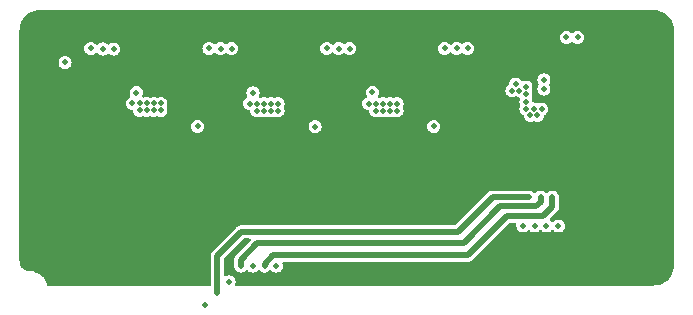
<source format=gbr>
G04 #@! TF.GenerationSoftware,KiCad,Pcbnew,(6.0.4)*
G04 #@! TF.CreationDate,2022-07-06T17:35:23+08:00*
G04 #@! TF.ProjectId,MP2145S_EVB,4d503231-3435-4535-9f45-56422e6b6963,rev?*
G04 #@! TF.SameCoordinates,PX5e56640PY77750e0*
G04 #@! TF.FileFunction,Copper,L2,Inr*
G04 #@! TF.FilePolarity,Positive*
%FSLAX46Y46*%
G04 Gerber Fmt 4.6, Leading zero omitted, Abs format (unit mm)*
G04 Created by KiCad (PCBNEW (6.0.4)) date 2022-07-06 17:35:23*
%MOMM*%
%LPD*%
G01*
G04 APERTURE LIST*
G04 #@! TA.AperFunction,ViaPad*
%ADD10C,0.500000*%
G04 #@! TD*
G04 #@! TA.AperFunction,Conductor*
%ADD11C,0.500000*%
G04 #@! TD*
G04 APERTURE END LIST*
D10*
G04 #@! TO.N,GND*
X11690000Y29590000D03*
X10690000Y29590000D03*
X65390000Y29490000D03*
X64390000Y29490000D03*
X57429999Y14305001D03*
X57970000Y15005000D03*
X56870000Y15005001D03*
X56880000Y14305001D03*
X57980000Y14305000D03*
X57419999Y15005001D03*
X57970000Y13605000D03*
X57419999Y13605001D03*
X56880000Y12905001D03*
X57980000Y12905000D03*
X56870000Y13605001D03*
X57429999Y12905001D03*
X58680000Y12905001D03*
X59219999Y13605001D03*
X59770000Y13605000D03*
X59780000Y12905000D03*
X58670000Y13605001D03*
X59229999Y12905001D03*
X59219999Y15005001D03*
X59780000Y14305000D03*
X59229999Y14305001D03*
X58670000Y15005001D03*
X59770000Y15005000D03*
X58680000Y14305001D03*
X57075000Y26693334D03*
X57750000Y26693334D03*
X56400000Y26703334D03*
X57065000Y25916668D03*
X56390001Y25926668D03*
X57740000Y25916668D03*
X56390000Y25150000D03*
X57065000Y25140000D03*
X57740000Y25140000D03*
X13160000Y33320000D03*
X14160000Y33320000D03*
X15160000Y33320000D03*
X16160000Y33320000D03*
X17160000Y33320000D03*
X18160000Y33320000D03*
X19160000Y33320000D03*
X20160000Y33320000D03*
X21160000Y33320000D03*
X22160000Y33320000D03*
X23160000Y33320000D03*
X24160000Y33320000D03*
X25160000Y33320000D03*
X26160000Y33320000D03*
X27160000Y33320000D03*
X28160000Y33320000D03*
X29160000Y33320000D03*
X30160000Y33320000D03*
X31160000Y33320000D03*
X32160000Y33320000D03*
X33160000Y33320000D03*
X34160000Y33320000D03*
X35160000Y33320000D03*
X36160000Y33320000D03*
X37160000Y33320000D03*
X38160000Y33320000D03*
X39160000Y33320000D03*
X40160000Y33320000D03*
X41160000Y33320000D03*
X42160000Y33320000D03*
X43160000Y33320000D03*
X44160000Y33320000D03*
X45160000Y33320000D03*
X46160000Y33320000D03*
X47160000Y33320000D03*
X48160000Y33320000D03*
X49160000Y33320000D03*
X50160000Y33320000D03*
X51160000Y33320000D03*
X52160000Y33320000D03*
X53160000Y33320000D03*
X54160000Y33320000D03*
X55160000Y33320000D03*
X56160000Y33320000D03*
X57160000Y33320000D03*
X58160000Y33320000D03*
X59160000Y33320000D03*
X60160000Y33320000D03*
X61160000Y33320000D03*
X12290000Y32130000D03*
X13160000Y32320000D03*
X14160000Y32320000D03*
X15160000Y32320000D03*
X16160000Y32320000D03*
X17160000Y32320000D03*
X18160000Y32320000D03*
X19160000Y32320000D03*
X20160000Y32320000D03*
X21160000Y32320000D03*
X22160000Y32320000D03*
X23160000Y32320000D03*
X24160000Y32320000D03*
X25160000Y32320000D03*
X26160000Y32320000D03*
X27160000Y32320000D03*
X28160000Y32320000D03*
X29160000Y32320000D03*
X30160000Y32320000D03*
X31160000Y32320000D03*
X32160000Y32320000D03*
X33160000Y32320000D03*
X34160000Y32320000D03*
X35160000Y32320000D03*
X36160000Y32320000D03*
X37160000Y32320000D03*
X38160000Y32320000D03*
X39160000Y32320000D03*
X40160000Y32320000D03*
X41160000Y32320000D03*
X42160000Y32320000D03*
X43160000Y32320000D03*
X44160000Y32320000D03*
X45160000Y32320000D03*
X46160000Y32320000D03*
X47160000Y32320000D03*
X48160000Y32320000D03*
X49160000Y32320000D03*
X50160000Y32320000D03*
X51160000Y32320000D03*
X52160000Y32320000D03*
X53160000Y32320000D03*
X54160000Y32320000D03*
X55160000Y32320000D03*
X56160000Y32320000D03*
X57160000Y32320000D03*
X58160000Y32320000D03*
X59160000Y32320000D03*
X60160000Y32320000D03*
X61160000Y32320000D03*
X62160000Y32320000D03*
X62160000Y33320000D03*
X63160000Y32320000D03*
X63160000Y33320000D03*
X63860000Y32050000D03*
X64160000Y33320000D03*
X11300000Y33020000D03*
X10670000Y31600000D03*
X11780000Y31470000D03*
X10690000Y30590000D03*
X11690000Y30590000D03*
X10690000Y28590000D03*
X11690000Y28590000D03*
X10690000Y27590000D03*
X11690000Y27590000D03*
X10690000Y26590000D03*
X11690000Y26590000D03*
X10690000Y25590000D03*
X11690000Y25590000D03*
X10690000Y24590000D03*
X11690000Y24590000D03*
X10690000Y23590000D03*
X11690000Y23590000D03*
X10690000Y22590000D03*
X11690000Y22590000D03*
X10690000Y21590000D03*
X11690000Y21590000D03*
X10690000Y20590000D03*
X11690000Y20590000D03*
X10690000Y19590000D03*
X11690000Y19590000D03*
X10690000Y18590000D03*
X11690000Y18590000D03*
X10690000Y17590000D03*
X11690000Y17590000D03*
X10690000Y16590000D03*
X11690000Y16590000D03*
X10690000Y15590000D03*
X11690000Y15590000D03*
X10690000Y14590000D03*
X11690000Y14590000D03*
X10690000Y13590000D03*
X11690000Y13590000D03*
X10690000Y12590000D03*
X11690000Y12590000D03*
X11690000Y11590000D03*
X41690000Y11590000D03*
X42690000Y11590000D03*
X43690000Y11590000D03*
X44690000Y11590000D03*
X45690000Y11590000D03*
X46690000Y11590000D03*
X47690000Y11590000D03*
X48690000Y11590000D03*
X49690000Y11590000D03*
X50690000Y11590000D03*
X51690000Y11590000D03*
X52690000Y11590000D03*
X53690000Y11590000D03*
X54690000Y11590000D03*
X55690000Y11590000D03*
X56690000Y11590000D03*
X57690000Y11590000D03*
X58690000Y11590000D03*
X59690000Y11590000D03*
X60690000Y11590000D03*
X61690000Y11590000D03*
X62690000Y11590000D03*
X63600000Y11860000D03*
X33690000Y10590000D03*
X34690000Y10590000D03*
X35690000Y10590000D03*
X36690000Y10590000D03*
X37690000Y10590000D03*
X38690000Y10590000D03*
X39690000Y10590000D03*
X40690000Y10590000D03*
X41690000Y10590000D03*
X42690000Y10590000D03*
X43690000Y10590000D03*
X44690000Y10590000D03*
X45690000Y10590000D03*
X46690000Y10590000D03*
X47690000Y10590000D03*
X48690000Y10590000D03*
X49690000Y10590000D03*
X50690000Y10590000D03*
X51690000Y10590000D03*
X52690000Y10590000D03*
X53690000Y10590000D03*
X54690000Y10590000D03*
X55690000Y10590000D03*
X56690000Y10590000D03*
X57690000Y10590000D03*
X58690000Y10590000D03*
X59690000Y10590000D03*
X60690000Y10590000D03*
X61690000Y10590000D03*
X62690000Y10590000D03*
X63690000Y10590000D03*
X64870000Y32980000D03*
X64290000Y31450000D03*
X65380000Y31520000D03*
X64390000Y30490000D03*
X65380000Y30500000D03*
X64390000Y28490000D03*
X65390000Y28490000D03*
X64390000Y27490000D03*
X65390000Y27490000D03*
X64390000Y26490000D03*
X65390000Y26490000D03*
X64390000Y25490000D03*
X65390000Y25490000D03*
X64390000Y24490000D03*
X65390000Y24490000D03*
X64390000Y23490000D03*
X65390000Y23490000D03*
X64390000Y22490000D03*
X65390000Y22490000D03*
X64390000Y21490000D03*
X65390000Y21490000D03*
X64390000Y20490000D03*
X65390000Y20490000D03*
X64390000Y19490000D03*
X65390000Y19490000D03*
X64390000Y18490000D03*
X65390000Y18490000D03*
X64390000Y17490000D03*
X65390000Y17490000D03*
X64390000Y16490000D03*
X65390000Y16490000D03*
X64390000Y15490000D03*
X65390000Y15490000D03*
X64390000Y14490000D03*
X65390000Y14490000D03*
X64390000Y13490000D03*
X65390000Y13490000D03*
X64210000Y12480000D03*
X65390000Y12550000D03*
X65320000Y11760000D03*
X64440000Y10700000D03*
X21660000Y32820000D03*
X36660000Y32820000D03*
X52660000Y32820000D03*
X53660000Y32820000D03*
X54660000Y32820000D03*
X59660000Y32820000D03*
X43660000Y32820000D03*
X44660000Y32820000D03*
X48660000Y32820000D03*
X19660000Y32820000D03*
X51660000Y32820000D03*
X28660000Y32820000D03*
X56660000Y32820000D03*
X22660000Y32820000D03*
X37660000Y32820000D03*
X27660000Y32820000D03*
X55660000Y32820000D03*
X39660000Y32820000D03*
X46660000Y32820000D03*
X50660000Y32820000D03*
X31660000Y32820000D03*
X20660000Y32820000D03*
X23660000Y32820000D03*
X34660000Y32820000D03*
X32660000Y32820000D03*
X29660000Y32820000D03*
X57660000Y32820000D03*
X61660000Y32820000D03*
X45660000Y32820000D03*
X49660000Y32820000D03*
X41660000Y32820000D03*
X18660000Y32820000D03*
X60660000Y32820000D03*
X30660000Y32820000D03*
X42660000Y32820000D03*
X24660000Y32820000D03*
X58660000Y32820000D03*
X40660000Y32820000D03*
X33660000Y32820000D03*
X25660000Y32820000D03*
X35660000Y32820000D03*
X26660000Y32820000D03*
X38660000Y32820000D03*
X47660000Y32820000D03*
X62660000Y32820000D03*
X63660000Y32820000D03*
X64370000Y32530000D03*
X12590000Y32770000D03*
X13660000Y32820000D03*
X14660000Y32820000D03*
X15660000Y32820000D03*
X16660000Y32820000D03*
X17660000Y32820000D03*
X64770000Y31920000D03*
X64890000Y31060000D03*
X64900000Y29990000D03*
X64890000Y17980000D03*
X64890000Y13980000D03*
X64100000Y11360000D03*
X64890000Y27980000D03*
X64890000Y21980000D03*
X64890000Y25980000D03*
X64890000Y20980000D03*
X64890000Y15980000D03*
X64820000Y12910000D03*
X64890000Y14980000D03*
X64890000Y24980000D03*
X64890000Y23980000D03*
X64890000Y19980000D03*
X64890000Y16980000D03*
X64890000Y22980000D03*
X64890000Y18980000D03*
X64890000Y26980000D03*
X64890000Y28980000D03*
X10850000Y32400000D03*
X11190000Y27110000D03*
X11190000Y20110000D03*
X11190000Y29110000D03*
X11190000Y19110000D03*
X11190000Y31110000D03*
X11190000Y28110000D03*
X11190000Y26110000D03*
X11190000Y24110000D03*
X11190000Y23110000D03*
X11190000Y22110000D03*
X11190000Y21110000D03*
X11190000Y25110000D03*
X11190000Y15110000D03*
X11190000Y13110000D03*
X11190000Y14110000D03*
X11190000Y17110000D03*
X11190000Y18110000D03*
X11190000Y16110000D03*
X11190000Y30110000D03*
X11190000Y12090000D03*
X47210000Y11080000D03*
X54210000Y11080000D03*
X41210000Y11080000D03*
X43210000Y11080000D03*
X62210000Y11080000D03*
X55210000Y11080000D03*
X48210000Y11080000D03*
X61210000Y11080000D03*
X49210000Y11080000D03*
X51210000Y11080000D03*
X58210000Y11080000D03*
X57210000Y11080000D03*
X56210000Y11080000D03*
X50210000Y11080000D03*
X42210000Y11080000D03*
X44210000Y11080000D03*
X45210000Y11080000D03*
X46210000Y11080000D03*
X60210000Y11080000D03*
X53210000Y11080000D03*
X59210000Y11080000D03*
X63210000Y11080000D03*
X52210000Y11080000D03*
X11800000Y32570000D03*
X11360000Y31990000D03*
X65310000Y32360000D03*
X64650000Y11940000D03*
X64980000Y11120000D03*
X57019999Y18505001D03*
X57570000Y18505000D03*
X56470000Y18505001D03*
X57029999Y17805001D03*
X56480000Y17805001D03*
X57580000Y17805000D03*
X57019999Y19895001D03*
X56480000Y19195001D03*
X56470000Y19895001D03*
X57570000Y19895000D03*
X57580000Y19195000D03*
X57029999Y19195001D03*
X55279999Y19895001D03*
X54740000Y19195001D03*
X55840000Y19195000D03*
X55830000Y19895000D03*
X54730000Y19895001D03*
X55289999Y19195001D03*
X53590000Y19195001D03*
X54139999Y19195001D03*
X53580000Y19895001D03*
X54129999Y19895001D03*
X36430000Y24410000D03*
X26480000Y24410000D03*
X46450000Y24380000D03*
X16520000Y24390000D03*
X43650000Y29550000D03*
X43120000Y29550000D03*
X20490000Y30430000D03*
X21090000Y30430000D03*
X19890000Y30430000D03*
X31110000Y30430000D03*
X29910000Y30430000D03*
X30510000Y30430000D03*
X40440000Y30430000D03*
X41040000Y30430000D03*
X39840000Y30430000D03*
X51050000Y30430000D03*
X50450000Y30430000D03*
X49850000Y30430000D03*
X44180000Y29550000D03*
X33630000Y29550000D03*
X33100000Y29550000D03*
X34160000Y29550000D03*
X23610000Y29550000D03*
X23080000Y29550000D03*
X24140000Y29550000D03*
X51440000Y23790000D03*
X17140000Y23810000D03*
X16520000Y23810000D03*
X17750000Y23810000D03*
X18380000Y23810000D03*
X26480000Y23800000D03*
X27710000Y23800000D03*
X27100000Y23800000D03*
X28340000Y23800000D03*
X36430000Y23810000D03*
X37660000Y23810000D03*
X38290000Y23810000D03*
X37050000Y23810000D03*
X46450000Y23820000D03*
X48310000Y23820000D03*
X47680000Y23820000D03*
X47070000Y23820000D03*
X50620000Y24510000D03*
X51010000Y24130000D03*
X56390001Y27480000D03*
X57075000Y29075000D03*
X57740000Y27470000D03*
X57065000Y27470000D03*
X12160000Y33320000D03*
G04 #@! TO.N,5V*
X53845000Y25250000D03*
X54500000Y25250000D03*
X53550000Y24700000D03*
X20470000Y25720000D03*
X52625000Y26800000D03*
X53175000Y25866668D03*
X53175000Y25250000D03*
X54150000Y24700000D03*
X21070000Y25720000D03*
X21670000Y25720000D03*
X22270000Y25720000D03*
X20470000Y25120000D03*
X21070000Y25120000D03*
X21670000Y25120000D03*
X22270000Y25120000D03*
X30390000Y25700000D03*
X30390000Y25100000D03*
X30990000Y25700000D03*
X31590000Y25700000D03*
X32190000Y25100000D03*
X32190000Y25700000D03*
X31590000Y25100000D03*
X30990000Y25100000D03*
X40460000Y25100000D03*
X42260000Y25700000D03*
X41060000Y25100000D03*
X41660000Y25700000D03*
X41060000Y25700000D03*
X41660000Y25100000D03*
X42260000Y25100000D03*
X40460000Y25700000D03*
X39870000Y25700000D03*
X29780000Y25700000D03*
X19850000Y25730000D03*
X20190000Y26630000D03*
X30070000Y26610000D03*
X40180000Y26650000D03*
X53175000Y27100000D03*
X52325000Y27350000D03*
X53175000Y26483334D03*
X52000000Y26800000D03*
X28260000Y30360000D03*
X27340000Y30360000D03*
X38250000Y30350000D03*
X37330000Y30350000D03*
X47320000Y30380000D03*
X48240000Y30380000D03*
X18280000Y30320000D03*
X17360000Y30320000D03*
G04 #@! TO.N,1.2V*
X14160000Y29190000D03*
X16340000Y30380000D03*
G04 #@! TO.N,1.5V*
X26350000Y30380000D03*
X25385000Y23775000D03*
G04 #@! TO.N,2.5V*
X36320000Y30380000D03*
X35335000Y23755000D03*
G04 #@! TO.N,3.3V*
X46290000Y30380000D03*
X45380000Y23780000D03*
G04 #@! TO.N,Net-(C3-Pad1)*
X56600000Y31300000D03*
X54700000Y27700000D03*
G04 #@! TO.N,Net-(R34-Pad2)*
X57560000Y31300000D03*
X54700000Y26940000D03*
G04 #@! TO.N,REG_EN2*
X52925000Y15350000D03*
X26050000Y8690000D03*
G04 #@! TO.N,REG_EN1*
X53420000Y17785000D03*
X27050000Y9630000D03*
G04 #@! TO.N,REG_CHG*
X28043332Y10610000D03*
X53920000Y15345000D03*
G04 #@! TO.N,REG_POWER*
X29044998Y11945000D03*
X54420000Y17785000D03*
G04 #@! TO.N,BAT_ISET*
X30046664Y11945000D03*
X54920000Y15345000D03*
G04 #@! TO.N,BAT_PG*
X31048330Y11945000D03*
X55420000Y17785000D03*
G04 #@! TO.N,BAT_CHG*
X55920000Y15345000D03*
X32060000Y11945000D03*
G04 #@! TD*
D11*
G04 #@! TO.N,REG_EN1*
X50365000Y17785000D02*
X47420000Y14840000D01*
X27050000Y12825000D02*
X27050000Y9630000D01*
X29065000Y14840000D02*
X27050000Y12825000D01*
X53420000Y17785000D02*
X50365000Y17785000D01*
X47420000Y14840000D02*
X29065000Y14840000D01*
G04 #@! TO.N,REG_POWER*
X29044998Y12494998D02*
X29044998Y11945000D01*
X54420000Y17395000D02*
X54025000Y17000000D01*
X54025000Y17000000D02*
X51020000Y17000000D01*
X30440000Y13890000D02*
X29044998Y12494998D01*
X51020000Y17000000D02*
X47910000Y13890000D01*
X47910000Y13890000D02*
X30440000Y13890000D01*
X54420000Y17785000D02*
X54420000Y17395000D01*
G04 #@! TO.N,BAT_PG*
X55420000Y16945000D02*
X55420000Y17785000D01*
X31048330Y12148330D02*
X31770000Y12870000D01*
X31770000Y12870000D02*
X48300000Y12870000D01*
X31048330Y11945000D02*
X31048330Y12148330D01*
X54625000Y16150000D02*
X55420000Y16945000D01*
X48300000Y12870000D02*
X51580000Y16150000D01*
X51580000Y16150000D02*
X54625000Y16150000D01*
G04 #@! TD*
G04 #@! TA.AperFunction,Conductor*
G04 #@! TO.N,GND*
G36*
X63984563Y33638210D02*
G01*
X63989145Y33637402D01*
X64000000Y33635488D01*
X64010855Y33637402D01*
X64021878Y33637402D01*
X64021878Y33637037D01*
X64034237Y33637675D01*
X64232962Y33623462D01*
X64250756Y33620904D01*
X64470179Y33573172D01*
X64487418Y33568110D01*
X64697823Y33489633D01*
X64714167Y33482168D01*
X64911251Y33374552D01*
X64926370Y33364835D01*
X65106133Y33230266D01*
X65119719Y33218493D01*
X65278493Y33059719D01*
X65290266Y33046133D01*
X65424835Y32866370D01*
X65434554Y32851247D01*
X65542166Y32654171D01*
X65549633Y32637823D01*
X65604134Y32491702D01*
X65628108Y32427424D01*
X65633173Y32410174D01*
X65680904Y32190756D01*
X65683462Y32172962D01*
X65697675Y31974237D01*
X65697038Y31961881D01*
X65697402Y31961881D01*
X65697402Y31950857D01*
X65695488Y31940000D01*
X65698210Y31924566D01*
X65700124Y31902690D01*
X65699852Y23243670D01*
X65699501Y12037321D01*
X65697587Y12015447D01*
X65696778Y12010859D01*
X65696778Y12010854D01*
X65694864Y12000000D01*
X65696778Y11989145D01*
X65696778Y11978122D01*
X65696413Y11978122D01*
X65697051Y11965764D01*
X65683489Y11776130D01*
X65682838Y11767034D01*
X65680280Y11749248D01*
X65634746Y11539930D01*
X65632550Y11529835D01*
X65627486Y11512586D01*
X65620749Y11494524D01*
X65581993Y11390614D01*
X65549011Y11302187D01*
X65541544Y11285839D01*
X65433930Y11088759D01*
X65424213Y11073640D01*
X65290883Y10895532D01*
X65289646Y10893880D01*
X65277873Y10880293D01*
X65119092Y10721515D01*
X65105505Y10709742D01*
X64925748Y10575179D01*
X64910625Y10565460D01*
X64713541Y10457846D01*
X64697188Y10450378D01*
X64486799Y10371909D01*
X64469557Y10366847D01*
X64250135Y10319117D01*
X64232341Y10316559D01*
X64199608Y10314218D01*
X64033520Y10302342D01*
X64021259Y10302974D01*
X64021259Y10302598D01*
X64010235Y10302598D01*
X63999380Y10304512D01*
X63983943Y10301790D01*
X63962071Y10299877D01*
X47283607Y10300210D01*
X32752372Y10300500D01*
X32740818Y10301065D01*
X32729832Y10304246D01*
X32695017Y10301231D01*
X32692014Y10300971D01*
X32681143Y10300501D01*
X32672058Y10300501D01*
X32665477Y10299275D01*
X32653284Y10297616D01*
X32647420Y10297108D01*
X32629894Y10295591D01*
X32629892Y10295591D01*
X32618304Y10294587D01*
X32607855Y10289479D01*
X32604565Y10288567D01*
X32601386Y10287340D01*
X32589953Y10285211D01*
X32560040Y10266773D01*
X32549287Y10260850D01*
X32532816Y10252799D01*
X32477486Y10240000D01*
X28674502Y10240000D01*
X28606381Y10260002D01*
X28559888Y10313658D01*
X28549784Y10383932D01*
X28558093Y10414217D01*
X28576500Y10458657D01*
X28579662Y10466291D01*
X28598582Y10610000D01*
X28579662Y10753709D01*
X28524193Y10887625D01*
X28435953Y11002621D01*
X28320957Y11090861D01*
X28187041Y11146330D01*
X28043332Y11165250D01*
X27899623Y11146330D01*
X27774717Y11094593D01*
X27704128Y11087004D01*
X27640641Y11118783D01*
X27604414Y11179842D01*
X27600500Y11211002D01*
X27600500Y12544785D01*
X27620502Y12612906D01*
X27637405Y12633880D01*
X29256119Y14252595D01*
X29318431Y14286620D01*
X29345214Y14289500D01*
X29756785Y14289500D01*
X29824906Y14269498D01*
X29871399Y14215842D01*
X29881503Y14145568D01*
X29852009Y14080988D01*
X29845880Y14074405D01*
X28666356Y12894880D01*
X28662547Y12891227D01*
X28616842Y12849199D01*
X28593899Y12812196D01*
X28587198Y12802446D01*
X28560886Y12767781D01*
X28555352Y12753803D01*
X28545291Y12733799D01*
X28537363Y12721012D01*
X28534966Y12712761D01*
X28534965Y12712759D01*
X28525223Y12679226D01*
X28521378Y12667996D01*
X28505362Y12627545D01*
X28504464Y12619004D01*
X28504464Y12619003D01*
X28503790Y12612590D01*
X28499478Y12590615D01*
X28495283Y12576173D01*
X28494498Y12565483D01*
X28494498Y12530781D01*
X28493808Y12517611D01*
X28489597Y12477544D01*
X28491029Y12469079D01*
X28491029Y12469070D01*
X28492733Y12458998D01*
X28494498Y12437985D01*
X28494498Y11989338D01*
X28493420Y11972891D01*
X28489748Y11945000D01*
X28494349Y11910055D01*
X28494498Y11908557D01*
X28494498Y11907215D01*
X28494989Y11903634D01*
X28494990Y11903620D01*
X28500228Y11865389D01*
X28500316Y11864733D01*
X28508668Y11801291D01*
X28509176Y11800064D01*
X28509792Y11795568D01*
X28538523Y11729174D01*
X28539268Y11727414D01*
X28564137Y11667375D01*
X28566726Y11664000D01*
X28569693Y11657145D01*
X28611921Y11604998D01*
X28612408Y11604396D01*
X28614449Y11601807D01*
X28647352Y11558928D01*
X28652377Y11552379D01*
X28656870Y11548931D01*
X28657638Y11548079D01*
X28659205Y11546608D01*
X28664612Y11539930D01*
X28715966Y11503435D01*
X28716744Y11502882D01*
X28720440Y11500152D01*
X28767373Y11464139D01*
X28774609Y11461141D01*
X28778798Y11458452D01*
X28780553Y11457535D01*
X28787556Y11452558D01*
X28795639Y11449648D01*
X28795641Y11449647D01*
X28844208Y11432162D01*
X28849745Y11430020D01*
X28863960Y11424132D01*
X28901289Y11408670D01*
X28909480Y11407591D01*
X28916016Y11405840D01*
X28919211Y11404838D01*
X28921387Y11404376D01*
X28929466Y11401467D01*
X28959344Y11399273D01*
X28985863Y11397325D01*
X28993080Y11396585D01*
X29027011Y11392118D01*
X29044998Y11389750D01*
X29053186Y11390828D01*
X29061446Y11390828D01*
X29061446Y11390529D01*
X29064417Y11390614D01*
X29071326Y11391049D01*
X29079889Y11390420D01*
X29091451Y11392751D01*
X29131743Y11400875D01*
X29140199Y11402283D01*
X29180522Y11407592D01*
X29180524Y11407593D01*
X29188707Y11408670D01*
X29196333Y11411829D01*
X29201020Y11413085D01*
X29218080Y11418285D01*
X29227741Y11420233D01*
X29271643Y11442602D01*
X29280628Y11446744D01*
X29314989Y11460977D01*
X29322623Y11464139D01*
X29330655Y11470302D01*
X29350152Y11482604D01*
X29362130Y11488707D01*
X29368453Y11494521D01*
X29368457Y11494524D01*
X29395757Y11519627D01*
X29404337Y11526839D01*
X29431063Y11547347D01*
X29431069Y11547353D01*
X29437619Y11552379D01*
X29445872Y11563134D01*
X29503206Y11604998D01*
X29574077Y11609220D01*
X29635980Y11574456D01*
X29645788Y11563137D01*
X29654043Y11552379D01*
X29769039Y11464139D01*
X29902955Y11408670D01*
X30046664Y11389750D01*
X30190373Y11408670D01*
X30324289Y11464139D01*
X30439285Y11552379D01*
X30447537Y11563133D01*
X30504876Y11604998D01*
X30575747Y11609218D01*
X30637649Y11574452D01*
X30647461Y11563128D01*
X30650684Y11558928D01*
X30655709Y11552379D01*
X30660202Y11548931D01*
X30660970Y11548079D01*
X30662537Y11546608D01*
X30667944Y11539930D01*
X30719298Y11503435D01*
X30720076Y11502882D01*
X30723772Y11500152D01*
X30770705Y11464139D01*
X30777941Y11461141D01*
X30782130Y11458452D01*
X30783885Y11457535D01*
X30790888Y11452558D01*
X30798971Y11449648D01*
X30798973Y11449647D01*
X30847540Y11432162D01*
X30853077Y11430020D01*
X30867292Y11424132D01*
X30904621Y11408670D01*
X30912812Y11407591D01*
X30919348Y11405840D01*
X30922543Y11404838D01*
X30924719Y11404376D01*
X30932798Y11401467D01*
X30962676Y11399273D01*
X30989195Y11397325D01*
X30996412Y11396585D01*
X31030343Y11392118D01*
X31048330Y11389750D01*
X31056518Y11390828D01*
X31064778Y11390828D01*
X31064778Y11390529D01*
X31067749Y11390614D01*
X31074658Y11391049D01*
X31083221Y11390420D01*
X31094783Y11392751D01*
X31135075Y11400875D01*
X31143531Y11402283D01*
X31183854Y11407592D01*
X31183856Y11407593D01*
X31192039Y11408670D01*
X31199665Y11411829D01*
X31204352Y11413085D01*
X31221412Y11418285D01*
X31231073Y11420233D01*
X31274975Y11442602D01*
X31283960Y11446744D01*
X31318321Y11460977D01*
X31325955Y11464139D01*
X31333987Y11470302D01*
X31353484Y11482604D01*
X31365462Y11488707D01*
X31371785Y11494521D01*
X31371789Y11494524D01*
X31399089Y11519627D01*
X31407669Y11526839D01*
X31434395Y11547347D01*
X31434401Y11547353D01*
X31440951Y11552379D01*
X31449285Y11563239D01*
X31463945Y11579267D01*
X31469725Y11584582D01*
X31533404Y11615971D01*
X31603946Y11607949D01*
X31654977Y11568542D01*
X31667379Y11552379D01*
X31782375Y11464139D01*
X31916291Y11408670D01*
X32060000Y11389750D01*
X32203709Y11408670D01*
X32337625Y11464139D01*
X32452621Y11552379D01*
X32540861Y11667375D01*
X32596330Y11801291D01*
X32615250Y11945000D01*
X32596330Y12088709D01*
X32572897Y12145282D01*
X32565308Y12215872D01*
X32597088Y12279359D01*
X32658146Y12315586D01*
X32689306Y12319500D01*
X48285007Y12319500D01*
X48290284Y12319389D01*
X48352294Y12316790D01*
X48363848Y12319500D01*
X48394662Y12326727D01*
X48406333Y12328890D01*
X48421229Y12330931D01*
X48449432Y12334794D01*
X48463230Y12340765D01*
X48484499Y12347799D01*
X48490775Y12349271D01*
X48499136Y12351232D01*
X48506661Y12355369D01*
X48506664Y12355370D01*
X48537268Y12372195D01*
X48547913Y12377411D01*
X48587855Y12394695D01*
X48599541Y12404158D01*
X48618126Y12416646D01*
X48625518Y12420710D01*
X48631308Y12423893D01*
X48639422Y12430897D01*
X48663958Y12455433D01*
X48673759Y12464258D01*
X48698392Y12484206D01*
X48698393Y12484207D01*
X48705070Y12489614D01*
X48710043Y12496612D01*
X48710048Y12496617D01*
X48715968Y12504948D01*
X48729579Y12521054D01*
X51771120Y15562595D01*
X51833432Y15596621D01*
X51860215Y15599500D01*
X52258922Y15599500D01*
X52327043Y15579498D01*
X52373536Y15525842D01*
X52383844Y15457053D01*
X52375097Y15390611D01*
X52369750Y15350000D01*
X52388670Y15206291D01*
X52444139Y15072375D01*
X52532379Y14957379D01*
X52647375Y14869139D01*
X52781291Y14813670D01*
X52925000Y14794750D01*
X53068709Y14813670D01*
X53202625Y14869139D01*
X53317621Y14957379D01*
X53322647Y14963929D01*
X53328488Y14969770D01*
X53330069Y14968189D01*
X53377963Y15003156D01*
X53448834Y15007375D01*
X53510735Y14972608D01*
X53520545Y14961285D01*
X53527379Y14952379D01*
X53642375Y14864139D01*
X53776291Y14808670D01*
X53920000Y14789750D01*
X54063709Y14808670D01*
X54197625Y14864139D01*
X54312621Y14952379D01*
X54320038Y14962045D01*
X54322725Y14964007D01*
X54323488Y14964770D01*
X54323607Y14964651D01*
X54377376Y15003912D01*
X54448247Y15008134D01*
X54510149Y14973370D01*
X54519962Y14962045D01*
X54527379Y14952379D01*
X54642375Y14864139D01*
X54776291Y14808670D01*
X54920000Y14789750D01*
X55063709Y14808670D01*
X55197625Y14864139D01*
X55312621Y14952379D01*
X55320038Y14962045D01*
X55322725Y14964007D01*
X55323488Y14964770D01*
X55323607Y14964651D01*
X55377376Y15003912D01*
X55448247Y15008134D01*
X55510149Y14973370D01*
X55519962Y14962045D01*
X55527379Y14952379D01*
X55642375Y14864139D01*
X55776291Y14808670D01*
X55920000Y14789750D01*
X56063709Y14808670D01*
X56197625Y14864139D01*
X56312621Y14952379D01*
X56400861Y15067375D01*
X56456330Y15201291D01*
X56475250Y15345000D01*
X56456330Y15488709D01*
X56400861Y15622625D01*
X56312621Y15737621D01*
X56197625Y15825861D01*
X56063709Y15881330D01*
X55920000Y15900250D01*
X55776291Y15881330D01*
X55642375Y15825861D01*
X55527379Y15737621D01*
X55522353Y15731071D01*
X55519962Y15727955D01*
X55517275Y15725993D01*
X55516512Y15725230D01*
X55516393Y15725349D01*
X55462624Y15686088D01*
X55391753Y15681866D01*
X55329851Y15716630D01*
X55320038Y15727955D01*
X55317647Y15731071D01*
X55312621Y15737621D01*
X55244704Y15789735D01*
X55202840Y15847070D01*
X55198618Y15917941D01*
X55232315Y15978790D01*
X55798654Y16545130D01*
X55802464Y16548783D01*
X55841833Y16584985D01*
X55848156Y16590799D01*
X55871099Y16627802D01*
X55877800Y16637552D01*
X55904112Y16672217D01*
X55909646Y16686196D01*
X55919707Y16706199D01*
X55927635Y16718986D01*
X55939775Y16760772D01*
X55943621Y16772005D01*
X55956473Y16804465D01*
X55959636Y16812453D01*
X55961208Y16827408D01*
X55965520Y16849383D01*
X55969715Y16863825D01*
X55970500Y16874515D01*
X55970500Y16909217D01*
X55971190Y16922387D01*
X55974503Y16953912D01*
X55975401Y16962454D01*
X55973969Y16970919D01*
X55973969Y16970928D01*
X55972265Y16981000D01*
X55970500Y17002013D01*
X55970500Y17740662D01*
X55971578Y17757109D01*
X55974172Y17776812D01*
X55975250Y17785000D01*
X55970649Y17819945D01*
X55970500Y17821443D01*
X55970500Y17822785D01*
X55970009Y17826366D01*
X55970008Y17826380D01*
X55964770Y17864611D01*
X55964682Y17865267D01*
X55956986Y17923725D01*
X55956330Y17928709D01*
X55955822Y17929936D01*
X55955206Y17934432D01*
X55926475Y18000826D01*
X55925730Y18002586D01*
X55904019Y18055001D01*
X55900861Y18062625D01*
X55898272Y18066000D01*
X55895305Y18072855D01*
X55852578Y18125619D01*
X55850549Y18128193D01*
X55817646Y18171073D01*
X55817644Y18171075D01*
X55812621Y18177621D01*
X55808128Y18181069D01*
X55807360Y18181921D01*
X55805793Y18183392D01*
X55800386Y18190070D01*
X55748245Y18227124D01*
X55744558Y18229848D01*
X55697625Y18265861D01*
X55690389Y18268859D01*
X55686200Y18271548D01*
X55684445Y18272465D01*
X55677442Y18277442D01*
X55669359Y18280352D01*
X55669357Y18280353D01*
X55620790Y18297838D01*
X55615253Y18299980D01*
X55574660Y18316794D01*
X55563709Y18321330D01*
X55555518Y18322409D01*
X55548982Y18324160D01*
X55545787Y18325162D01*
X55543611Y18325624D01*
X55535532Y18328533D01*
X55505654Y18330727D01*
X55479135Y18332675D01*
X55471918Y18333415D01*
X55428188Y18339172D01*
X55420000Y18340250D01*
X55411812Y18339172D01*
X55403552Y18339172D01*
X55403552Y18339471D01*
X55400581Y18339386D01*
X55393672Y18338951D01*
X55385109Y18339580D01*
X55376688Y18337882D01*
X55333255Y18329125D01*
X55324799Y18327717D01*
X55284476Y18322408D01*
X55284474Y18322407D01*
X55276291Y18321330D01*
X55268665Y18318171D01*
X55263978Y18316915D01*
X55246918Y18311715D01*
X55237257Y18309767D01*
X55193355Y18287398D01*
X55184370Y18283256D01*
X55158292Y18272454D01*
X55142375Y18265861D01*
X55135820Y18260831D01*
X55134343Y18259698D01*
X55114846Y18247396D01*
X55102868Y18241293D01*
X55096545Y18235479D01*
X55096541Y18235476D01*
X55069241Y18210373D01*
X55060661Y18203161D01*
X55033935Y18182653D01*
X55033929Y18182647D01*
X55027379Y18177621D01*
X55022350Y18171067D01*
X55019957Y18167949D01*
X55017271Y18165988D01*
X55016515Y18165232D01*
X55016397Y18165350D01*
X54962617Y18126086D01*
X54891745Y18121869D01*
X54829845Y18156637D01*
X54820038Y18167956D01*
X54817649Y18171070D01*
X54817644Y18171075D01*
X54812621Y18177621D01*
X54808128Y18181069D01*
X54807360Y18181921D01*
X54805793Y18183392D01*
X54800386Y18190070D01*
X54748245Y18227124D01*
X54744558Y18229848D01*
X54697625Y18265861D01*
X54690389Y18268859D01*
X54686200Y18271548D01*
X54684445Y18272465D01*
X54677442Y18277442D01*
X54669359Y18280352D01*
X54669357Y18280353D01*
X54620790Y18297838D01*
X54615253Y18299980D01*
X54574660Y18316794D01*
X54563709Y18321330D01*
X54555518Y18322409D01*
X54548982Y18324160D01*
X54545787Y18325162D01*
X54543611Y18325624D01*
X54535532Y18328533D01*
X54505654Y18330727D01*
X54479135Y18332675D01*
X54471918Y18333415D01*
X54428188Y18339172D01*
X54420000Y18340250D01*
X54411812Y18339172D01*
X54403552Y18339172D01*
X54403552Y18339471D01*
X54400581Y18339386D01*
X54393672Y18338951D01*
X54385109Y18339580D01*
X54376688Y18337882D01*
X54333255Y18329125D01*
X54324799Y18327717D01*
X54284476Y18322408D01*
X54284474Y18322407D01*
X54276291Y18321330D01*
X54268665Y18318171D01*
X54263978Y18316915D01*
X54246918Y18311715D01*
X54237257Y18309767D01*
X54193355Y18287398D01*
X54184370Y18283256D01*
X54158292Y18272454D01*
X54142375Y18265861D01*
X54135820Y18260831D01*
X54134343Y18259698D01*
X54114846Y18247396D01*
X54102868Y18241293D01*
X54096545Y18235479D01*
X54096541Y18235476D01*
X54069241Y18210373D01*
X54060661Y18203161D01*
X54033935Y18182653D01*
X54033929Y18182647D01*
X54027379Y18177621D01*
X54022350Y18171067D01*
X54019957Y18167949D01*
X54017271Y18165988D01*
X54016515Y18165232D01*
X54016397Y18165350D01*
X53962617Y18126086D01*
X53891745Y18121869D01*
X53829845Y18156637D01*
X53820038Y18167956D01*
X53817651Y18171067D01*
X53817647Y18171071D01*
X53812621Y18177621D01*
X53801761Y18185955D01*
X53785731Y18200617D01*
X53774201Y18213156D01*
X53766895Y18217686D01*
X53738435Y18235332D01*
X53728125Y18242457D01*
X53704175Y18260835D01*
X53697625Y18265861D01*
X53683895Y18271548D01*
X53681707Y18272454D01*
X53663524Y18281778D01*
X53654460Y18287398D01*
X53646014Y18292635D01*
X53609046Y18303375D01*
X53595978Y18307964D01*
X53571339Y18318170D01*
X53571336Y18318171D01*
X53563709Y18321330D01*
X53555528Y18322407D01*
X53555525Y18322408D01*
X53543098Y18324044D01*
X53524404Y18327967D01*
X53501175Y18334715D01*
X53493692Y18335264D01*
X53492792Y18335331D01*
X53492781Y18335331D01*
X53490485Y18335500D01*
X53464338Y18335500D01*
X53447891Y18336578D01*
X53428188Y18339172D01*
X53420000Y18340250D01*
X53411812Y18339172D01*
X53392109Y18336578D01*
X53375662Y18335500D01*
X50379993Y18335500D01*
X50374717Y18335611D01*
X50370310Y18335796D01*
X50312706Y18338210D01*
X50304341Y18336248D01*
X50270338Y18328273D01*
X50258667Y18326110D01*
X50251747Y18325162D01*
X50215568Y18320206D01*
X50207684Y18316794D01*
X50207683Y18316794D01*
X50201770Y18314235D01*
X50180501Y18307201D01*
X50165864Y18303768D01*
X50158339Y18299631D01*
X50158336Y18299630D01*
X50127732Y18282805D01*
X50117087Y18277589D01*
X50077145Y18260305D01*
X50065459Y18250842D01*
X50046875Y18238355D01*
X50033692Y18231107D01*
X50025578Y18224103D01*
X50001042Y18199567D01*
X49991241Y18190742D01*
X49966953Y18171073D01*
X49959930Y18165386D01*
X49954957Y18158388D01*
X49954952Y18158383D01*
X49949032Y18150052D01*
X49935421Y18133946D01*
X48567952Y16766476D01*
X47228881Y15427405D01*
X47166569Y15393379D01*
X47139786Y15390500D01*
X29079993Y15390500D01*
X29074717Y15390611D01*
X29070310Y15390796D01*
X29012706Y15393210D01*
X29004341Y15391248D01*
X28970338Y15383273D01*
X28958667Y15381110D01*
X28943771Y15379069D01*
X28915568Y15375206D01*
X28907684Y15371794D01*
X28907683Y15371794D01*
X28901770Y15369235D01*
X28880501Y15362201D01*
X28874228Y15360730D01*
X28874226Y15360729D01*
X28865864Y15358768D01*
X28858336Y15354629D01*
X28858335Y15354629D01*
X28827735Y15337806D01*
X28817073Y15332583D01*
X28785027Y15318716D01*
X28785026Y15318715D01*
X28777145Y15315305D01*
X28770472Y15309901D01*
X28765459Y15305842D01*
X28746871Y15293351D01*
X28733692Y15286106D01*
X28725578Y15279102D01*
X28701043Y15254567D01*
X28691242Y15245742D01*
X28659930Y15220386D01*
X28654954Y15213384D01*
X28654952Y15213382D01*
X28649032Y15205051D01*
X28635421Y15188945D01*
X26671358Y13224882D01*
X26667549Y13221229D01*
X26621844Y13179201D01*
X26598901Y13142198D01*
X26592200Y13132448D01*
X26565888Y13097783D01*
X26560354Y13083805D01*
X26550293Y13063801D01*
X26542365Y13051014D01*
X26539968Y13042763D01*
X26539967Y13042761D01*
X26530225Y13009228D01*
X26526380Y12997998D01*
X26510364Y12957547D01*
X26509466Y12949006D01*
X26509466Y12949005D01*
X26508792Y12942592D01*
X26504480Y12920617D01*
X26500285Y12906175D01*
X26499500Y12895485D01*
X26499500Y12860783D01*
X26498810Y12847613D01*
X26494599Y12807546D01*
X26496031Y12799081D01*
X26496031Y12799072D01*
X26497735Y12789000D01*
X26499500Y12767987D01*
X26499500Y10366000D01*
X26479498Y10297879D01*
X26425842Y10251386D01*
X26373500Y10240000D01*
X24955929Y10240000D01*
X24915017Y10246827D01*
X24897621Y10252799D01*
X24858032Y10266390D01*
X24852898Y10267247D01*
X24852893Y10267248D01*
X24658756Y10299643D01*
X24658754Y10299643D01*
X24653619Y10300500D01*
X24446381Y10300500D01*
X24441246Y10299643D01*
X24441244Y10299643D01*
X24247107Y10267248D01*
X24247102Y10267247D01*
X24241968Y10266390D01*
X24202379Y10252799D01*
X24184983Y10246827D01*
X24144071Y10240000D01*
X12784904Y10240000D01*
X12716783Y10260002D01*
X12670290Y10313658D01*
X12661783Y10339217D01*
X12644297Y10419603D01*
X12644295Y10419610D01*
X12643340Y10424000D01*
X12630717Y10457846D01*
X12569875Y10620972D01*
X12569874Y10620974D01*
X12568302Y10625189D01*
X12465396Y10813652D01*
X12415511Y10880293D01*
X12339415Y10981947D01*
X12339414Y10981948D01*
X12336717Y10985551D01*
X12333540Y10988728D01*
X12333534Y10988735D01*
X12188063Y11134210D01*
X12184884Y11137389D01*
X12181290Y11140079D01*
X12181286Y11140083D01*
X12016593Y11263375D01*
X12016586Y11263380D01*
X12012988Y11266073D01*
X11824528Y11368984D01*
X11706297Y11413085D01*
X11627559Y11442455D01*
X11627555Y11442456D01*
X11623341Y11444028D01*
X11413522Y11489677D01*
X11206985Y11504454D01*
X11199343Y11505802D01*
X11199334Y11505800D01*
X11199325Y11505802D01*
X11187088Y11503644D01*
X11175236Y11503905D01*
X11165676Y11504479D01*
X11036061Y11517242D01*
X11011834Y11522061D01*
X10866721Y11566078D01*
X10843905Y11575528D01*
X10710161Y11647013D01*
X10689623Y11660736D01*
X10572396Y11756942D01*
X10554943Y11774395D01*
X10458732Y11891629D01*
X10445013Y11912162D01*
X10373531Y12045897D01*
X10364078Y12068718D01*
X10355700Y12096340D01*
X10320061Y12213833D01*
X10315242Y12238058D01*
X10310561Y12285604D01*
X10302495Y12367518D01*
X10301889Y12379868D01*
X10301889Y12390466D01*
X10303804Y12401324D01*
X10301082Y12416763D01*
X10299169Y12438637D01*
X10299170Y12448567D01*
X10299574Y23611291D01*
X10299580Y23775000D01*
X24829750Y23775000D01*
X24848670Y23631291D01*
X24904139Y23497375D01*
X24992379Y23382379D01*
X25107375Y23294139D01*
X25241291Y23238670D01*
X25385000Y23219750D01*
X25528709Y23238670D01*
X25662625Y23294139D01*
X25777621Y23382379D01*
X25865861Y23497375D01*
X25921330Y23631291D01*
X25937617Y23755000D01*
X34779750Y23755000D01*
X34798670Y23611291D01*
X34854139Y23477375D01*
X34942379Y23362379D01*
X35057375Y23274139D01*
X35191291Y23218670D01*
X35335000Y23199750D01*
X35478709Y23218670D01*
X35612625Y23274139D01*
X35727621Y23362379D01*
X35815861Y23477375D01*
X35871330Y23611291D01*
X35890250Y23755000D01*
X35886959Y23780000D01*
X44824750Y23780000D01*
X44843670Y23636291D01*
X44899139Y23502375D01*
X44987379Y23387379D01*
X45102375Y23299139D01*
X45236291Y23243670D01*
X45380000Y23224750D01*
X45523709Y23243670D01*
X45657625Y23299139D01*
X45772621Y23387379D01*
X45860861Y23502375D01*
X45916330Y23636291D01*
X45935250Y23780000D01*
X45916330Y23923709D01*
X45860861Y24057625D01*
X45772621Y24172621D01*
X45657625Y24260861D01*
X45523709Y24316330D01*
X45380000Y24335250D01*
X45236291Y24316330D01*
X45102375Y24260861D01*
X44987379Y24172621D01*
X44899139Y24057625D01*
X44843670Y23923709D01*
X44824750Y23780000D01*
X35886959Y23780000D01*
X35871330Y23898709D01*
X35815861Y24032625D01*
X35727621Y24147621D01*
X35612625Y24235861D01*
X35478709Y24291330D01*
X35335000Y24310250D01*
X35191291Y24291330D01*
X35057375Y24235861D01*
X34942379Y24147621D01*
X34854139Y24032625D01*
X34798670Y23898709D01*
X34779750Y23755000D01*
X25937617Y23755000D01*
X25940250Y23775000D01*
X25921330Y23918709D01*
X25865861Y24052625D01*
X25777621Y24167621D01*
X25662625Y24255861D01*
X25528709Y24311330D01*
X25385000Y24330250D01*
X25241291Y24311330D01*
X25107375Y24255861D01*
X24992379Y24167621D01*
X24904139Y24052625D01*
X24848670Y23918709D01*
X24829750Y23775000D01*
X10299580Y23775000D01*
X10299651Y25730000D01*
X19294750Y25730000D01*
X19313670Y25586291D01*
X19369139Y25452375D01*
X19457379Y25337379D01*
X19572375Y25249139D01*
X19706291Y25193670D01*
X19812702Y25179660D01*
X19877628Y25150939D01*
X19916720Y25091674D01*
X19921176Y25071188D01*
X19933670Y24976291D01*
X19989139Y24842375D01*
X20077379Y24727379D01*
X20192375Y24639139D01*
X20326291Y24583670D01*
X20470000Y24564750D01*
X20613709Y24583670D01*
X20721783Y24628435D01*
X20792372Y24636024D01*
X20818215Y24628436D01*
X20926291Y24583670D01*
X21070000Y24564750D01*
X21213709Y24583670D01*
X21321783Y24628435D01*
X21392372Y24636024D01*
X21418215Y24628436D01*
X21526291Y24583670D01*
X21670000Y24564750D01*
X21813709Y24583670D01*
X21921783Y24628435D01*
X21992372Y24636024D01*
X22018215Y24628436D01*
X22126291Y24583670D01*
X22270000Y24564750D01*
X22413709Y24583670D01*
X22547625Y24639139D01*
X22662621Y24727379D01*
X22750861Y24842375D01*
X22806330Y24976291D01*
X22825250Y25120000D01*
X22806330Y25263709D01*
X22761565Y25371783D01*
X22753976Y25442372D01*
X22761565Y25468218D01*
X22803169Y25568660D01*
X22806330Y25576291D01*
X22822617Y25700000D01*
X29224750Y25700000D01*
X29243670Y25556291D01*
X29299139Y25422375D01*
X29387379Y25307379D01*
X29502375Y25219139D01*
X29636291Y25163670D01*
X29713516Y25153503D01*
X29733864Y25150824D01*
X29798792Y25122101D01*
X29837883Y25062836D01*
X29842340Y25042349D01*
X29853670Y24956291D01*
X29909139Y24822375D01*
X29997379Y24707379D01*
X30112375Y24619139D01*
X30246291Y24563670D01*
X30390000Y24544750D01*
X30533709Y24563670D01*
X30641783Y24608435D01*
X30712372Y24616024D01*
X30738215Y24608436D01*
X30846291Y24563670D01*
X30990000Y24544750D01*
X31133709Y24563670D01*
X31241783Y24608435D01*
X31312372Y24616024D01*
X31338215Y24608436D01*
X31446291Y24563670D01*
X31590000Y24544750D01*
X31733709Y24563670D01*
X31841783Y24608435D01*
X31912372Y24616024D01*
X31938215Y24608436D01*
X32046291Y24563670D01*
X32190000Y24544750D01*
X32333709Y24563670D01*
X32467625Y24619139D01*
X32582621Y24707379D01*
X32670861Y24822375D01*
X32726330Y24956291D01*
X32745250Y25100000D01*
X32726330Y25243709D01*
X32681565Y25351783D01*
X32673976Y25422372D01*
X32681565Y25448218D01*
X32689850Y25468218D01*
X32726330Y25556291D01*
X32745250Y25700000D01*
X39314750Y25700000D01*
X39333670Y25556291D01*
X39389139Y25422375D01*
X39477379Y25307379D01*
X39592375Y25219139D01*
X39726291Y25163670D01*
X39748646Y25160727D01*
X39803512Y25153503D01*
X39868439Y25124780D01*
X39907530Y25065514D01*
X39911987Y25045028D01*
X39923670Y24956291D01*
X39979139Y24822375D01*
X40067379Y24707379D01*
X40182375Y24619139D01*
X40316291Y24563670D01*
X40460000Y24544750D01*
X40603709Y24563670D01*
X40711783Y24608435D01*
X40782372Y24616024D01*
X40808215Y24608436D01*
X40916291Y24563670D01*
X41060000Y24544750D01*
X41203709Y24563670D01*
X41311783Y24608435D01*
X41382372Y24616024D01*
X41408215Y24608436D01*
X41516291Y24563670D01*
X41660000Y24544750D01*
X41803709Y24563670D01*
X41911783Y24608435D01*
X41982372Y24616024D01*
X42008215Y24608436D01*
X42116291Y24563670D01*
X42260000Y24544750D01*
X42403709Y24563670D01*
X42537625Y24619139D01*
X42652621Y24707379D01*
X42740861Y24822375D01*
X42796330Y24956291D01*
X42815250Y25100000D01*
X42796330Y25243709D01*
X42751565Y25351783D01*
X42743976Y25422372D01*
X42751565Y25448218D01*
X42759850Y25468218D01*
X42796330Y25556291D01*
X42815250Y25700000D01*
X42796330Y25843709D01*
X42740861Y25977625D01*
X42652621Y26092621D01*
X42537625Y26180861D01*
X42403709Y26236330D01*
X42260000Y26255250D01*
X42116291Y26236330D01*
X42008217Y26191565D01*
X41937628Y26183976D01*
X41911785Y26191564D01*
X41803709Y26236330D01*
X41660000Y26255250D01*
X41516291Y26236330D01*
X41408217Y26191565D01*
X41337628Y26183976D01*
X41311785Y26191564D01*
X41203709Y26236330D01*
X41060000Y26255250D01*
X40916291Y26236330D01*
X40908657Y26233168D01*
X40818635Y26195881D01*
X40748045Y26188292D01*
X40684559Y26220072D01*
X40648332Y26281130D01*
X40650866Y26352082D01*
X40658755Y26369630D01*
X40660861Y26372375D01*
X40716330Y26506291D01*
X40735250Y26650000D01*
X40716330Y26793709D01*
X40713724Y26800000D01*
X51444750Y26800000D01*
X51463670Y26656291D01*
X51519139Y26522375D01*
X51607379Y26407379D01*
X51722375Y26319139D01*
X51856291Y26263670D01*
X52000000Y26244750D01*
X52143709Y26263670D01*
X52151343Y26266832D01*
X52264283Y26313612D01*
X52334873Y26321201D01*
X52360717Y26313612D01*
X52473657Y26266832D01*
X52481291Y26263670D01*
X52567221Y26252357D01*
X52632148Y26223635D01*
X52671240Y26164369D01*
X52672085Y26093378D01*
X52667184Y26079218D01*
X52638670Y26010377D01*
X52619750Y25866668D01*
X52638670Y25722959D01*
X52651572Y25691812D01*
X52686887Y25606552D01*
X52694476Y25535962D01*
X52686888Y25510119D01*
X52638670Y25393709D01*
X52619750Y25250000D01*
X52638670Y25106291D01*
X52694139Y24972375D01*
X52782379Y24857379D01*
X52897375Y24769139D01*
X52905003Y24765979D01*
X52905009Y24765976D01*
X52923531Y24758304D01*
X52978812Y24713756D01*
X53000234Y24658343D01*
X53005396Y24619139D01*
X53013670Y24556291D01*
X53069139Y24422375D01*
X53157379Y24307379D01*
X53272375Y24219139D01*
X53406291Y24163670D01*
X53550000Y24144750D01*
X53693709Y24163670D01*
X53801783Y24208435D01*
X53872372Y24216024D01*
X53898215Y24208436D01*
X54006291Y24163670D01*
X54150000Y24144750D01*
X54293709Y24163670D01*
X54427625Y24219139D01*
X54542621Y24307379D01*
X54630861Y24422375D01*
X54686330Y24556291D01*
X54701214Y24669347D01*
X54729936Y24734273D01*
X54763137Y24762020D01*
X54769991Y24765977D01*
X54777625Y24769139D01*
X54784179Y24774168D01*
X54784181Y24774169D01*
X54886071Y24852353D01*
X54892621Y24857379D01*
X54980861Y24972375D01*
X55036330Y25106291D01*
X55055250Y25250000D01*
X55036330Y25393709D01*
X54980861Y25527625D01*
X54892621Y25642621D01*
X54777625Y25730861D01*
X54643709Y25786330D01*
X54500000Y25805250D01*
X54356291Y25786330D01*
X54222375Y25730861D01*
X54221189Y25733725D01*
X54166524Y25720455D01*
X54123542Y25733075D01*
X54122625Y25730861D01*
X53996340Y25783169D01*
X53996341Y25783169D01*
X53988709Y25786330D01*
X53845000Y25805250D01*
X53845011Y25805336D01*
X53780856Y25824174D01*
X53734363Y25877830D01*
X53724055Y25913725D01*
X53712408Y26002188D01*
X53711330Y26010377D01*
X53677264Y26092621D01*
X53663114Y26126784D01*
X53655525Y26197374D01*
X53663114Y26223218D01*
X53708168Y26331991D01*
X53711330Y26339625D01*
X53730250Y26483334D01*
X53711330Y26627043D01*
X53696695Y26662375D01*
X53663114Y26743450D01*
X53655525Y26814040D01*
X53663114Y26839884D01*
X53704582Y26940000D01*
X54144750Y26940000D01*
X54163670Y26796291D01*
X54219139Y26662375D01*
X54307379Y26547379D01*
X54422375Y26459139D01*
X54556291Y26403670D01*
X54700000Y26384750D01*
X54843709Y26403670D01*
X54977625Y26459139D01*
X55092621Y26547379D01*
X55180861Y26662375D01*
X55236330Y26796291D01*
X55255250Y26940000D01*
X55236330Y27083709D01*
X55180861Y27217625D01*
X55161161Y27243298D01*
X55135562Y27309517D01*
X55149827Y27379065D01*
X55161158Y27396698D01*
X55180861Y27422375D01*
X55236330Y27556291D01*
X55255250Y27700000D01*
X55236330Y27843709D01*
X55180861Y27977625D01*
X55092621Y28092621D01*
X54977625Y28180861D01*
X54843709Y28236330D01*
X54700000Y28255250D01*
X54556291Y28236330D01*
X54422375Y28180861D01*
X54307379Y28092621D01*
X54219139Y27977625D01*
X54163670Y27843709D01*
X54144750Y27700000D01*
X54163670Y27556291D01*
X54219139Y27422375D01*
X54238839Y27396702D01*
X54264438Y27330483D01*
X54250173Y27260935D01*
X54238842Y27243302D01*
X54219139Y27217625D01*
X54163670Y27083709D01*
X54144750Y26940000D01*
X53704582Y26940000D01*
X53708168Y26948657D01*
X53711330Y26956291D01*
X53730250Y27100000D01*
X53711330Y27243709D01*
X53655861Y27377625D01*
X53567621Y27492621D01*
X53452625Y27580861D01*
X53318709Y27636330D01*
X53175000Y27655250D01*
X53031291Y27636330D01*
X52944484Y27600374D01*
X52873895Y27592785D01*
X52810408Y27624564D01*
X52796305Y27640079D01*
X52722647Y27736071D01*
X52717621Y27742621D01*
X52602625Y27830861D01*
X52468709Y27886330D01*
X52325000Y27905250D01*
X52181291Y27886330D01*
X52047375Y27830861D01*
X51932379Y27742621D01*
X51844139Y27627625D01*
X51788670Y27493709D01*
X51787592Y27485520D01*
X51771729Y27365032D01*
X51743006Y27300105D01*
X51721440Y27282080D01*
X51722375Y27280861D01*
X51607379Y27192621D01*
X51519139Y27077625D01*
X51463670Y26943709D01*
X51444750Y26800000D01*
X40713724Y26800000D01*
X40660861Y26927625D01*
X40572621Y27042621D01*
X40457625Y27130861D01*
X40323709Y27186330D01*
X40180000Y27205250D01*
X40036291Y27186330D01*
X39902375Y27130861D01*
X39787379Y27042621D01*
X39699139Y26927625D01*
X39643670Y26793709D01*
X39624750Y26650000D01*
X39643670Y26506291D01*
X39697312Y26376787D01*
X39697312Y26376785D01*
X39699139Y26372375D01*
X39698451Y26372090D01*
X39713670Y26309358D01*
X39690450Y26242266D01*
X39636031Y26198944D01*
X39618995Y26191887D01*
X39592375Y26180861D01*
X39477379Y26092621D01*
X39389139Y25977625D01*
X39333670Y25843709D01*
X39314750Y25700000D01*
X32745250Y25700000D01*
X32726330Y25843709D01*
X32670861Y25977625D01*
X32582621Y26092621D01*
X32467625Y26180861D01*
X32333709Y26236330D01*
X32190000Y26255250D01*
X32046291Y26236330D01*
X31938217Y26191565D01*
X31867628Y26183976D01*
X31841785Y26191564D01*
X31733709Y26236330D01*
X31590000Y26255250D01*
X31446291Y26236330D01*
X31338217Y26191565D01*
X31267628Y26183976D01*
X31241785Y26191564D01*
X31133709Y26236330D01*
X30990000Y26255250D01*
X30846291Y26236330D01*
X30738217Y26191565D01*
X30667628Y26183976D01*
X30641781Y26191566D01*
X30633692Y26194916D01*
X30630796Y26196116D01*
X30575517Y26240667D01*
X30553099Y26308031D01*
X30562610Y26360741D01*
X30570591Y26380007D01*
X30606330Y26466291D01*
X30625250Y26610000D01*
X30606330Y26753709D01*
X30550861Y26887625D01*
X30462621Y27002621D01*
X30347625Y27090861D01*
X30213709Y27146330D01*
X30070000Y27165250D01*
X29926291Y27146330D01*
X29792375Y27090861D01*
X29677379Y27002621D01*
X29589139Y26887625D01*
X29533670Y26753709D01*
X29514750Y26610000D01*
X29533670Y26466291D01*
X29536831Y26458660D01*
X29536832Y26458657D01*
X29581783Y26350133D01*
X29589372Y26279544D01*
X29557592Y26216057D01*
X29513591Y26185507D01*
X29502375Y26180861D01*
X29387379Y26092621D01*
X29299139Y25977625D01*
X29243670Y25843709D01*
X29224750Y25700000D01*
X22822617Y25700000D01*
X22825250Y25720000D01*
X22806330Y25863709D01*
X22750861Y25997625D01*
X22662621Y26112621D01*
X22547625Y26200861D01*
X22413709Y26256330D01*
X22270000Y26275250D01*
X22126291Y26256330D01*
X22018217Y26211565D01*
X21947628Y26203976D01*
X21921785Y26211564D01*
X21813709Y26256330D01*
X21670000Y26275250D01*
X21526291Y26256330D01*
X21418217Y26211565D01*
X21347628Y26203976D01*
X21321785Y26211564D01*
X21213709Y26256330D01*
X21070000Y26275250D01*
X20926291Y26256330D01*
X20918657Y26253168D01*
X20850972Y26225133D01*
X20780382Y26217544D01*
X20716896Y26249324D01*
X20680669Y26310382D01*
X20683203Y26381334D01*
X20686346Y26389760D01*
X20696357Y26413929D01*
X20726330Y26486291D01*
X20745250Y26630000D01*
X20726330Y26773709D01*
X20670861Y26907625D01*
X20582621Y27022621D01*
X20467625Y27110861D01*
X20333709Y27166330D01*
X20190000Y27185250D01*
X20046291Y27166330D01*
X19912375Y27110861D01*
X19797379Y27022621D01*
X19709139Y26907625D01*
X19653670Y26773709D01*
X19634750Y26630000D01*
X19653670Y26486291D01*
X19656831Y26478660D01*
X19656832Y26478657D01*
X19690925Y26396346D01*
X19698514Y26325756D01*
X19666734Y26262269D01*
X19622733Y26231720D01*
X19580007Y26214023D01*
X19580002Y26214020D01*
X19572375Y26210861D01*
X19457379Y26122621D01*
X19369139Y26007625D01*
X19313670Y25873709D01*
X19294750Y25730000D01*
X10299651Y25730000D01*
X10299777Y29190000D01*
X13604750Y29190000D01*
X13623670Y29046291D01*
X13679139Y28912375D01*
X13767379Y28797379D01*
X13882375Y28709139D01*
X14016291Y28653670D01*
X14160000Y28634750D01*
X14303709Y28653670D01*
X14437625Y28709139D01*
X14552621Y28797379D01*
X14640861Y28912375D01*
X14696330Y29046291D01*
X14715250Y29190000D01*
X14696330Y29333709D01*
X14640861Y29467625D01*
X14552621Y29582621D01*
X14437625Y29670861D01*
X14303709Y29726330D01*
X14160000Y29745250D01*
X14016291Y29726330D01*
X13882375Y29670861D01*
X13767379Y29582621D01*
X13679139Y29467625D01*
X13623670Y29333709D01*
X13604750Y29190000D01*
X10299777Y29190000D01*
X10299820Y30380000D01*
X15784750Y30380000D01*
X15803670Y30236291D01*
X15859139Y30102375D01*
X15947379Y29987379D01*
X16062375Y29899139D01*
X16196291Y29843670D01*
X16340000Y29824750D01*
X16483709Y29843670D01*
X16617625Y29899139D01*
X16732621Y29987379D01*
X16737347Y29993538D01*
X16799459Y30027455D01*
X16870274Y30022390D01*
X16926204Y29981039D01*
X16967379Y29927379D01*
X17082375Y29839139D01*
X17216291Y29783670D01*
X17360000Y29764750D01*
X17503709Y29783670D01*
X17637625Y29839139D01*
X17647650Y29846831D01*
X17715818Y29899139D01*
X17743297Y29920224D01*
X17809516Y29945825D01*
X17879065Y29931561D01*
X17896701Y29920226D01*
X17924182Y29899139D01*
X17992351Y29846831D01*
X18002375Y29839139D01*
X18136291Y29783670D01*
X18280000Y29764750D01*
X18423709Y29783670D01*
X18557625Y29839139D01*
X18672621Y29927379D01*
X18760861Y30042375D01*
X18816330Y30176291D01*
X18835250Y30320000D01*
X18827351Y30380000D01*
X25794750Y30380000D01*
X25813670Y30236291D01*
X25869139Y30102375D01*
X25957379Y29987379D01*
X26072375Y29899139D01*
X26206291Y29843670D01*
X26350000Y29824750D01*
X26493709Y29843670D01*
X26627625Y29899139D01*
X26742621Y29987379D01*
X26747583Y29993845D01*
X26809852Y30027848D01*
X26880667Y30022783D01*
X26936597Y29981431D01*
X26947379Y29967379D01*
X27062375Y29879139D01*
X27196291Y29823670D01*
X27340000Y29804750D01*
X27483709Y29823670D01*
X27617625Y29879139D01*
X27643690Y29899139D01*
X27710264Y29950224D01*
X27723297Y29960224D01*
X27789516Y29985825D01*
X27859065Y29971561D01*
X27876701Y29960226D01*
X27889736Y29950224D01*
X27956311Y29899139D01*
X27982375Y29879139D01*
X28116291Y29823670D01*
X28260000Y29804750D01*
X28403709Y29823670D01*
X28537625Y29879139D01*
X28652621Y29967379D01*
X28740861Y30082375D01*
X28796330Y30216291D01*
X28815250Y30360000D01*
X28812617Y30380000D01*
X35764750Y30380000D01*
X35783670Y30236291D01*
X35839139Y30102375D01*
X35927379Y29987379D01*
X36042375Y29899139D01*
X36176291Y29843670D01*
X36320000Y29824750D01*
X36463709Y29843670D01*
X36597625Y29899139D01*
X36712621Y29987379D01*
X36717647Y29993929D01*
X36723488Y29999770D01*
X36725763Y29997495D01*
X36770867Y30030429D01*
X36841738Y30034650D01*
X36903640Y29999885D01*
X36913452Y29988561D01*
X36918216Y29982353D01*
X36937379Y29957379D01*
X37052375Y29869139D01*
X37186291Y29813670D01*
X37330000Y29794750D01*
X37473709Y29813670D01*
X37607625Y29869139D01*
X37620658Y29879139D01*
X37683524Y29927379D01*
X37713297Y29950224D01*
X37779516Y29975825D01*
X37849065Y29961561D01*
X37866701Y29950226D01*
X37896476Y29927379D01*
X37959343Y29879139D01*
X37972375Y29869139D01*
X38106291Y29813670D01*
X38250000Y29794750D01*
X38393709Y29813670D01*
X38527625Y29869139D01*
X38642621Y29957379D01*
X38730861Y30072375D01*
X38786330Y30206291D01*
X38805250Y30350000D01*
X38801300Y30380000D01*
X45734750Y30380000D01*
X45753670Y30236291D01*
X45809139Y30102375D01*
X45897379Y29987379D01*
X46012375Y29899139D01*
X46146291Y29843670D01*
X46290000Y29824750D01*
X46433709Y29843670D01*
X46567625Y29899139D01*
X46682621Y29987379D01*
X46705039Y30016595D01*
X46762376Y30058461D01*
X46833247Y30062682D01*
X46895150Y30027917D01*
X46904957Y30016600D01*
X46927379Y29987379D01*
X47042375Y29899139D01*
X47176291Y29843670D01*
X47320000Y29824750D01*
X47463709Y29843670D01*
X47597625Y29899139D01*
X47625104Y29920224D01*
X47677232Y29960224D01*
X47703297Y29980224D01*
X47769516Y30005825D01*
X47839065Y29991561D01*
X47856701Y29980226D01*
X47882768Y29960224D01*
X47934897Y29920224D01*
X47962375Y29899139D01*
X48096291Y29843670D01*
X48240000Y29824750D01*
X48383709Y29843670D01*
X48517625Y29899139D01*
X48632621Y29987379D01*
X48720861Y30102375D01*
X48776330Y30236291D01*
X48795250Y30380000D01*
X48776330Y30523709D01*
X48720861Y30657625D01*
X48632621Y30772621D01*
X48517625Y30860861D01*
X48383709Y30916330D01*
X48240000Y30935250D01*
X48096291Y30916330D01*
X47962375Y30860861D01*
X47955824Y30855834D01*
X47955822Y30855833D01*
X47914556Y30824168D01*
X47877630Y30795833D01*
X47856704Y30779776D01*
X47790484Y30754175D01*
X47720935Y30768439D01*
X47703296Y30779776D01*
X47682371Y30795833D01*
X47645444Y30824168D01*
X47604178Y30855833D01*
X47604176Y30855834D01*
X47597625Y30860861D01*
X47463709Y30916330D01*
X47320000Y30935250D01*
X47176291Y30916330D01*
X47042375Y30860861D01*
X46927379Y30772621D01*
X46904961Y30743405D01*
X46847624Y30701539D01*
X46776753Y30697318D01*
X46714850Y30732083D01*
X46705043Y30743400D01*
X46682621Y30772621D01*
X46567625Y30860861D01*
X46433709Y30916330D01*
X46290000Y30935250D01*
X46146291Y30916330D01*
X46012375Y30860861D01*
X45897379Y30772621D01*
X45809139Y30657625D01*
X45753670Y30523709D01*
X45734750Y30380000D01*
X38801300Y30380000D01*
X38786330Y30493709D01*
X38730861Y30627625D01*
X38642621Y30742621D01*
X38527625Y30830861D01*
X38393709Y30886330D01*
X38250000Y30905250D01*
X38106291Y30886330D01*
X37972375Y30830861D01*
X37965824Y30825834D01*
X37965822Y30825833D01*
X37919288Y30790125D01*
X37870412Y30752621D01*
X37866704Y30749776D01*
X37800484Y30724175D01*
X37730935Y30738439D01*
X37713296Y30749776D01*
X37709589Y30752621D01*
X37660712Y30790125D01*
X37614178Y30825833D01*
X37614176Y30825834D01*
X37607625Y30830861D01*
X37473709Y30886330D01*
X37330000Y30905250D01*
X37186291Y30886330D01*
X37052375Y30830861D01*
X36937379Y30742621D01*
X36932353Y30736071D01*
X36926512Y30730230D01*
X36924237Y30732505D01*
X36879133Y30699571D01*
X36808262Y30695350D01*
X36746360Y30730115D01*
X36736548Y30741439D01*
X36717647Y30766071D01*
X36712621Y30772621D01*
X36597625Y30860861D01*
X36463709Y30916330D01*
X36320000Y30935250D01*
X36176291Y30916330D01*
X36042375Y30860861D01*
X35927379Y30772621D01*
X35839139Y30657625D01*
X35783670Y30523709D01*
X35764750Y30380000D01*
X28812617Y30380000D01*
X28796330Y30503709D01*
X28740861Y30637625D01*
X28652621Y30752621D01*
X28537625Y30840861D01*
X28403709Y30896330D01*
X28260000Y30915250D01*
X28116291Y30896330D01*
X27982375Y30840861D01*
X27975824Y30835834D01*
X27975822Y30835833D01*
X27962790Y30825833D01*
X27880374Y30762592D01*
X27876704Y30759776D01*
X27810484Y30734175D01*
X27740935Y30748439D01*
X27723296Y30759776D01*
X27719627Y30762592D01*
X27637210Y30825833D01*
X27624178Y30835833D01*
X27624176Y30835834D01*
X27617625Y30840861D01*
X27483709Y30896330D01*
X27340000Y30915250D01*
X27196291Y30896330D01*
X27062375Y30840861D01*
X26947379Y30752621D01*
X26942417Y30746155D01*
X26880148Y30712152D01*
X26809333Y30717217D01*
X26753403Y30758569D01*
X26742621Y30772621D01*
X26627625Y30860861D01*
X26493709Y30916330D01*
X26350000Y30935250D01*
X26206291Y30916330D01*
X26072375Y30860861D01*
X25957379Y30772621D01*
X25869139Y30657625D01*
X25813670Y30523709D01*
X25794750Y30380000D01*
X18827351Y30380000D01*
X18816330Y30463709D01*
X18760861Y30597625D01*
X18672621Y30712621D01*
X18557625Y30800861D01*
X18423709Y30856330D01*
X18280000Y30875250D01*
X18136291Y30856330D01*
X18002375Y30800861D01*
X17995824Y30795834D01*
X17995822Y30795833D01*
X17972122Y30777647D01*
X17902437Y30724175D01*
X17896704Y30719776D01*
X17830484Y30694175D01*
X17760935Y30708439D01*
X17743296Y30719776D01*
X17737564Y30724175D01*
X17667878Y30777647D01*
X17644178Y30795833D01*
X17644176Y30795834D01*
X17637625Y30800861D01*
X17503709Y30856330D01*
X17360000Y30875250D01*
X17216291Y30856330D01*
X17082375Y30800861D01*
X16967379Y30712621D01*
X16962653Y30706462D01*
X16900541Y30672545D01*
X16829726Y30677610D01*
X16773796Y30718961D01*
X16755641Y30742621D01*
X16732621Y30772621D01*
X16617625Y30860861D01*
X16483709Y30916330D01*
X16340000Y30935250D01*
X16196291Y30916330D01*
X16062375Y30860861D01*
X15947379Y30772621D01*
X15859139Y30657625D01*
X15803670Y30523709D01*
X15784750Y30380000D01*
X10299820Y30380000D01*
X10299853Y31300000D01*
X56044750Y31300000D01*
X56063670Y31156291D01*
X56119139Y31022375D01*
X56207379Y30907379D01*
X56322375Y30819139D01*
X56456291Y30763670D01*
X56600000Y30744750D01*
X56743709Y30763670D01*
X56877625Y30819139D01*
X56992621Y30907379D01*
X56993605Y30908661D01*
X57053217Y30941213D01*
X57124032Y30936148D01*
X57166000Y30909176D01*
X57167379Y30907379D01*
X57282375Y30819139D01*
X57416291Y30763670D01*
X57560000Y30744750D01*
X57703709Y30763670D01*
X57837625Y30819139D01*
X57952621Y30907379D01*
X58040861Y31022375D01*
X58096330Y31156291D01*
X58115250Y31300000D01*
X58096330Y31443709D01*
X58040861Y31577625D01*
X57952621Y31692621D01*
X57837625Y31780861D01*
X57703709Y31836330D01*
X57560000Y31855250D01*
X57416291Y31836330D01*
X57282375Y31780861D01*
X57167379Y31692621D01*
X57166395Y31691339D01*
X57106783Y31658787D01*
X57035968Y31663852D01*
X56994000Y31690824D01*
X56992621Y31692621D01*
X56877625Y31780861D01*
X56743709Y31836330D01*
X56600000Y31855250D01*
X56456291Y31836330D01*
X56322375Y31780861D01*
X56207379Y31692621D01*
X56119139Y31577625D01*
X56063670Y31443709D01*
X56044750Y31300000D01*
X10299853Y31300000D01*
X10299875Y31902681D01*
X10301789Y31924553D01*
X10302598Y31929142D01*
X10302598Y31929146D01*
X10304512Y31940000D01*
X10302598Y31950855D01*
X10302598Y31961878D01*
X10302963Y31961878D01*
X10302325Y31974237D01*
X10316538Y32172962D01*
X10319096Y32190756D01*
X10366827Y32410174D01*
X10371892Y32427424D01*
X10395867Y32491702D01*
X10450367Y32637823D01*
X10457834Y32654171D01*
X10565446Y32851247D01*
X10575165Y32866370D01*
X10709734Y33046133D01*
X10721507Y33059719D01*
X10880281Y33218493D01*
X10893867Y33230266D01*
X11073630Y33364835D01*
X11088749Y33374552D01*
X11285833Y33482168D01*
X11302177Y33489633D01*
X11512582Y33568110D01*
X11529821Y33573172D01*
X11749244Y33620904D01*
X11767038Y33623462D01*
X11965763Y33637675D01*
X11978122Y33637037D01*
X11978122Y33637402D01*
X11989145Y33637402D01*
X12000000Y33635488D01*
X12015437Y33638210D01*
X12037317Y33640124D01*
X63962683Y33640124D01*
X63984563Y33638210D01*
G37*
G04 #@! TD.AperFunction*
G04 #@! TD*
M02*

</source>
